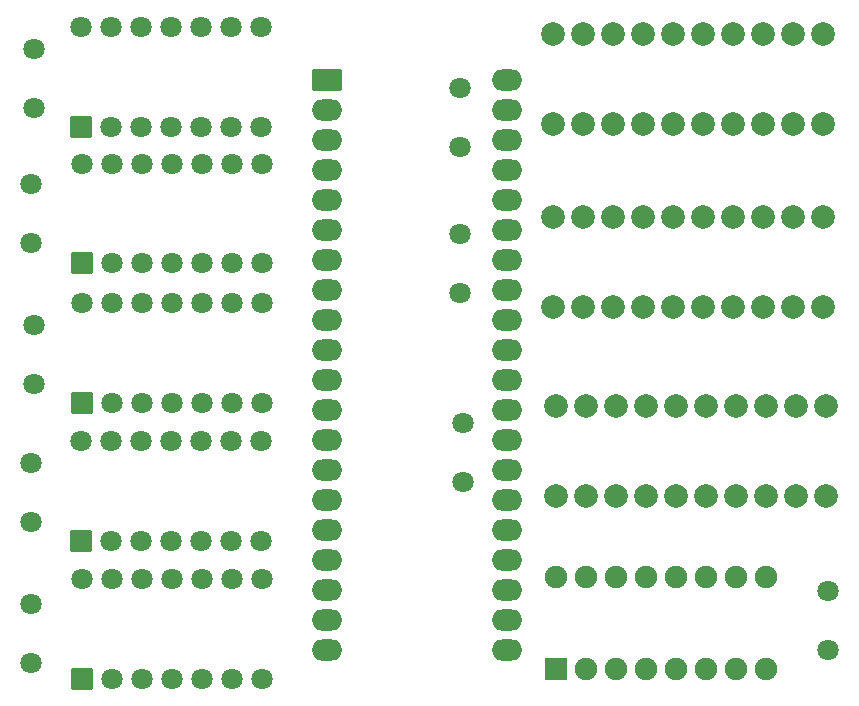
<source format=gts>
G04 Layer: TopSolderMaskLayer*
G04 EasyEDA v6.5.22, 2023-01-18 22:18:13*
G04 60aa5606712246c99b0a00d3d653f430,7be1179030e74d40a97a3c751b95adb4,10*
G04 Gerber Generator version 0.2*
G04 Scale: 100 percent, Rotated: No, Reflected: No *
G04 Dimensions in inches *
G04 leading zeros omitted , absolute positions ,3 integer and 6 decimal *
%FSLAX36Y36*%
%MOIN*%

%AMMACRO1*1,1,$1,$2,$3*1,1,$1,$4,$5*1,1,$1,0-$2,0-$3*1,1,$1,0-$4,0-$5*20,1,$1,$2,$3,$4,$5,0*20,1,$1,$4,$5,0-$2,0-$3,0*20,1,$1,0-$2,0-$3,0-$4,0-$5,0*20,1,$1,0-$4,0-$5,$2,$3,0*4,1,4,$2,$3,$4,$5,0-$2,0-$3,0-$4,0-$5,$2,$3,0*%
%ADD10MACRO1,0.008X-0.0315X0.0315X0.0315X0.0315*%
%ADD11C,0.0710*%
%ADD12MACRO1,0.008X-0.0472X0.0315X0.0472X0.0315*%
%ADD13O,0.102488X0.070992*%
%ADD14C,0.0710*%
%ADD15C,0.0789*%
%ADD16MACRO1,0.008X-0.0335X-0.0335X-0.0335X0.0335*%
%ADD17C,0.0749*%

%LPD*%
D10*
G01*
X1584299Y2725245D03*
D11*
G01*
X1684300Y2725250D03*
G01*
X1984300Y2725250D03*
G01*
X2084300Y2725250D03*
G01*
X1784300Y2725250D03*
G01*
X1884300Y2725250D03*
G01*
X2184300Y2725250D03*
G01*
X2184300Y3055949D03*
G01*
X2084300Y3055949D03*
G01*
X1984300Y3055949D03*
G01*
X1884300Y3055949D03*
G01*
X1784300Y3055949D03*
G01*
X1684300Y3055949D03*
G01*
X1584300Y3055949D03*
D10*
G01*
X1589299Y2270245D03*
D11*
G01*
X1689300Y2270250D03*
G01*
X1989300Y2270250D03*
G01*
X2089300Y2270250D03*
G01*
X1789300Y2270250D03*
G01*
X1889300Y2270250D03*
G01*
X2189300Y2270250D03*
G01*
X2189300Y2600949D03*
G01*
X2089300Y2600949D03*
G01*
X1989300Y2600949D03*
G01*
X1889300Y2600949D03*
G01*
X1789300Y2600949D03*
G01*
X1689300Y2600949D03*
G01*
X1589300Y2600949D03*
D10*
G01*
X1589299Y1805245D03*
D11*
G01*
X1689300Y1805250D03*
G01*
X1989300Y1805250D03*
G01*
X2089300Y1805250D03*
G01*
X1789300Y1805250D03*
G01*
X1889300Y1805250D03*
G01*
X2189300Y1805250D03*
G01*
X2189300Y2135949D03*
G01*
X2089300Y2135949D03*
G01*
X1989300Y2135949D03*
G01*
X1889300Y2135949D03*
G01*
X1789300Y2135949D03*
G01*
X1689300Y2135949D03*
G01*
X1589300Y2135949D03*
D10*
G01*
X1584299Y1345245D03*
D11*
G01*
X1684300Y1345250D03*
G01*
X1984300Y1345250D03*
G01*
X2084300Y1345250D03*
G01*
X1784300Y1345250D03*
G01*
X1884300Y1345250D03*
G01*
X2184300Y1345250D03*
G01*
X2184300Y1675949D03*
G01*
X2084300Y1675949D03*
G01*
X1984300Y1675949D03*
G01*
X1884300Y1675949D03*
G01*
X1784300Y1675949D03*
G01*
X1684300Y1675949D03*
G01*
X1584300Y1675949D03*
D12*
G01*
X2405700Y2880000D03*
D13*
G01*
X3005699Y980000D03*
G01*
X2405699Y2780000D03*
G01*
X3005699Y1080000D03*
G01*
X2405699Y2680000D03*
G01*
X3005699Y1180000D03*
G01*
X2405699Y2580000D03*
G01*
X3005699Y1280000D03*
G01*
X2405699Y2480000D03*
G01*
X3005699Y1380000D03*
G01*
X2405699Y2380000D03*
G01*
X3005699Y1480000D03*
G01*
X2405699Y2280000D03*
G01*
X3005699Y1580000D03*
G01*
X2405699Y2180000D03*
G01*
X3005699Y1680000D03*
G01*
X2405699Y2080000D03*
G01*
X3005699Y1780000D03*
G01*
X2405699Y1980000D03*
G01*
X3005699Y1880000D03*
G01*
X2405699Y1880000D03*
G01*
X3005699Y1980000D03*
G01*
X2405699Y1780000D03*
G01*
X3005699Y2080000D03*
G01*
X2405699Y1680000D03*
G01*
X3005699Y2180000D03*
G01*
X2405699Y1580000D03*
G01*
X3005699Y2280000D03*
G01*
X2405699Y1480000D03*
G01*
X3005699Y2380000D03*
G01*
X2405699Y1380000D03*
G01*
X3005699Y2480000D03*
G01*
X2405699Y1280000D03*
G01*
X3005699Y2580000D03*
G01*
X2405699Y1180000D03*
G01*
X3005699Y2680000D03*
G01*
X2405699Y1080000D03*
G01*
X3005699Y2780000D03*
G01*
X2405699Y980000D03*
G01*
X3005699Y2880000D03*
D10*
G01*
X1589299Y885245D03*
D11*
G01*
X1689300Y885250D03*
G01*
X1989300Y885250D03*
G01*
X2089300Y885250D03*
G01*
X1789300Y885250D03*
G01*
X1889300Y885250D03*
G01*
X2189300Y885250D03*
G01*
X2189300Y1215949D03*
G01*
X2089300Y1215949D03*
G01*
X1989300Y1215949D03*
G01*
X1889300Y1215949D03*
G01*
X1789300Y1215949D03*
G01*
X1689300Y1215949D03*
G01*
X1589300Y1215949D03*
D14*
G01*
X2850000Y2656570D03*
G01*
X2850000Y2853420D03*
G01*
X2850000Y2171570D03*
G01*
X2850000Y2368420D03*
G01*
X2860000Y1738420D03*
G01*
X2860000Y1541570D03*
G01*
X4075000Y981570D03*
G01*
X4075000Y1178420D03*
G01*
X1429300Y2787170D03*
G01*
X1429300Y2984020D03*
G01*
X1419300Y2337170D03*
G01*
X1419300Y2534020D03*
G01*
X1429300Y1867170D03*
G01*
X1429300Y2064020D03*
G01*
X1419300Y1407170D03*
G01*
X1419300Y1604020D03*
G01*
X1419300Y937170D03*
G01*
X1419300Y1134020D03*
D15*
G01*
X3160000Y3035000D03*
G01*
X3260000Y3035000D03*
G01*
X3360000Y3035000D03*
G01*
X3460000Y3035000D03*
G01*
X3560000Y3035000D03*
G01*
X3660000Y3035000D03*
G01*
X3760000Y3035000D03*
G01*
X3860000Y3035000D03*
G01*
X3960000Y3035000D03*
G01*
X4060000Y3035000D03*
G01*
X4060000Y2735000D03*
G01*
X3960000Y2735000D03*
G01*
X3860000Y2735000D03*
G01*
X3760000Y2735000D03*
G01*
X3460000Y2735000D03*
G01*
X3360000Y2735000D03*
G01*
X3660000Y2735000D03*
G01*
X3560000Y2735000D03*
G01*
X3260000Y2735000D03*
G01*
X3160000Y2735000D03*
G01*
X3170000Y1795000D03*
G01*
X3270000Y1795000D03*
G01*
X3370000Y1795000D03*
G01*
X3470000Y1795000D03*
G01*
X3570000Y1795000D03*
G01*
X3670000Y1795000D03*
G01*
X3770000Y1795000D03*
G01*
X3870000Y1795000D03*
G01*
X3970000Y1795000D03*
G01*
X4070000Y1795000D03*
G01*
X4070000Y1495000D03*
G01*
X3970000Y1495000D03*
G01*
X3870000Y1495000D03*
G01*
X3770000Y1495000D03*
G01*
X3470000Y1495000D03*
G01*
X3370000Y1495000D03*
G01*
X3670000Y1495000D03*
G01*
X3570000Y1495000D03*
G01*
X3270000Y1495000D03*
G01*
X3170000Y1495000D03*
G01*
X3160000Y2425000D03*
G01*
X3260000Y2425000D03*
G01*
X3360000Y2425000D03*
G01*
X3460000Y2425000D03*
G01*
X3560000Y2425000D03*
G01*
X3660000Y2425000D03*
G01*
X3760000Y2425000D03*
G01*
X3860000Y2425000D03*
G01*
X3960000Y2425000D03*
G01*
X4060000Y2425000D03*
G01*
X4060000Y2125000D03*
G01*
X3960000Y2125000D03*
G01*
X3860000Y2125000D03*
G01*
X3760000Y2125000D03*
G01*
X3460000Y2125000D03*
G01*
X3360000Y2125000D03*
G01*
X3660000Y2125000D03*
G01*
X3560000Y2125000D03*
G01*
X3260000Y2125000D03*
G01*
X3160000Y2125000D03*
D16*
G01*
X3170000Y916456D03*
D17*
G01*
X3270000Y916460D03*
G01*
X3770000Y916460D03*
G01*
X3870000Y916460D03*
G01*
X3370000Y916460D03*
G01*
X3470000Y916460D03*
G01*
X3670000Y916460D03*
G01*
X3570000Y916460D03*
G01*
X3870000Y1223539D03*
G01*
X3770000Y1223539D03*
G01*
X3670000Y1223539D03*
G01*
X3570000Y1223539D03*
G01*
X3470000Y1223539D03*
G01*
X3370000Y1223539D03*
G01*
X3270000Y1223539D03*
G01*
X3170000Y1223539D03*
M02*

</source>
